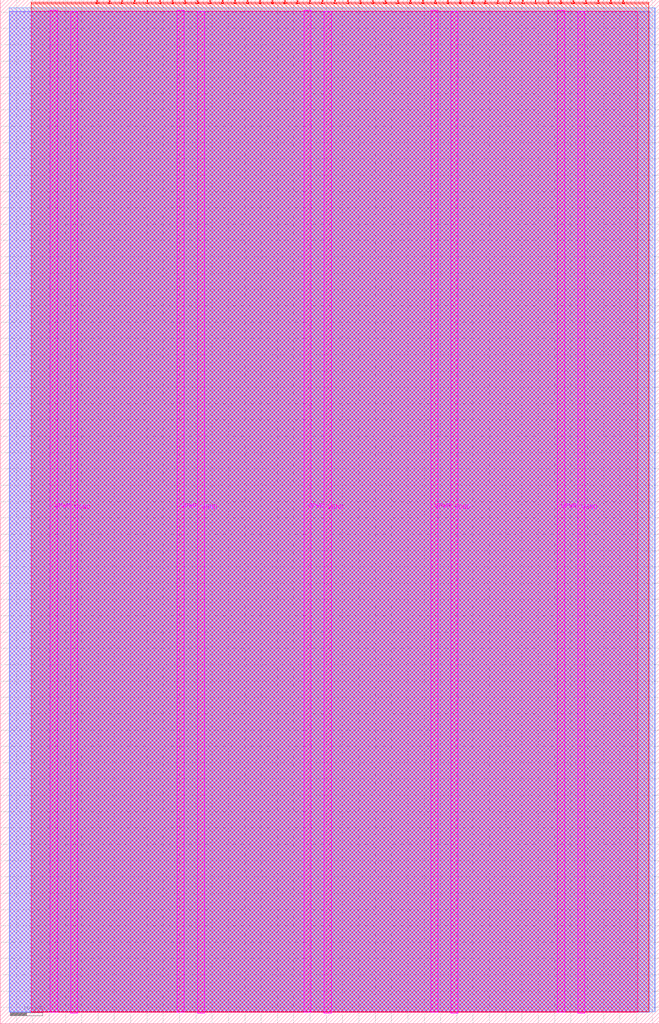
<source format=lef>
VERSION 5.7 ;
  NOWIREEXTENSIONATPIN ON ;
  DIVIDERCHAR "/" ;
  BUSBITCHARS "[]" ;
MACRO tt_um_brmurrell3_m31_accel
  CLASS BLOCK ;
  FOREIGN tt_um_brmurrell3_m31_accel ;
  ORIGIN 0.000 0.000 ;
  SIZE 202.080 BY 313.740 ;
  PIN VGND
    DIRECTION INOUT ;
    USE GROUND ;
    PORT
      LAYER TopMetal1 ;
        RECT 21.580 3.150 23.780 310.180 ;
    END
    PORT
      LAYER TopMetal1 ;
        RECT 60.450 3.150 62.650 310.180 ;
    END
    PORT
      LAYER TopMetal1 ;
        RECT 99.320 3.150 101.520 310.180 ;
    END
    PORT
      LAYER TopMetal1 ;
        RECT 138.190 3.150 140.390 310.180 ;
    END
    PORT
      LAYER TopMetal1 ;
        RECT 177.060 3.150 179.260 310.180 ;
    END
  END VGND
  PIN VPWR
    DIRECTION INOUT ;
    USE POWER ;
    PORT
      LAYER TopMetal1 ;
        RECT 15.380 3.560 17.580 310.590 ;
    END
    PORT
      LAYER TopMetal1 ;
        RECT 54.250 3.560 56.450 310.590 ;
    END
    PORT
      LAYER TopMetal1 ;
        RECT 93.120 3.560 95.320 310.590 ;
    END
    PORT
      LAYER TopMetal1 ;
        RECT 131.990 3.560 134.190 310.590 ;
    END
    PORT
      LAYER TopMetal1 ;
        RECT 170.860 3.560 173.060 310.590 ;
    END
  END VPWR
  PIN clk
    DIRECTION INPUT ;
    USE SIGNAL ;
    ANTENNAGATEAREA 0.725400 ;
    PORT
      LAYER Metal4 ;
        RECT 187.050 312.740 187.350 313.740 ;
    END
  END clk
  PIN ena
    DIRECTION INPUT ;
    USE SIGNAL ;
    PORT
      LAYER Metal4 ;
        RECT 190.890 312.740 191.190 313.740 ;
    END
  END ena
  PIN rst_n
    DIRECTION INPUT ;
    USE SIGNAL ;
    ANTENNAGATEAREA 0.725400 ;
    PORT
      LAYER Metal4 ;
        RECT 183.210 312.740 183.510 313.740 ;
    END
  END rst_n
  PIN ui_in[0]
    DIRECTION INPUT ;
    USE SIGNAL ;
    ANTENNAGATEAREA 0.213200 ;
    PORT
      LAYER Metal4 ;
        RECT 179.370 312.740 179.670 313.740 ;
    END
  END ui_in[0]
  PIN ui_in[1]
    DIRECTION INPUT ;
    USE SIGNAL ;
    ANTENNAGATEAREA 0.213200 ;
    PORT
      LAYER Metal4 ;
        RECT 175.530 312.740 175.830 313.740 ;
    END
  END ui_in[1]
  PIN ui_in[2]
    DIRECTION INPUT ;
    USE SIGNAL ;
    ANTENNAGATEAREA 0.213200 ;
    PORT
      LAYER Metal4 ;
        RECT 171.690 312.740 171.990 313.740 ;
    END
  END ui_in[2]
  PIN ui_in[3]
    DIRECTION INPUT ;
    USE SIGNAL ;
    ANTENNAGATEAREA 0.213200 ;
    PORT
      LAYER Metal4 ;
        RECT 167.850 312.740 168.150 313.740 ;
    END
  END ui_in[3]
  PIN ui_in[4]
    DIRECTION INPUT ;
    USE SIGNAL ;
    ANTENNAGATEAREA 0.213200 ;
    PORT
      LAYER Metal4 ;
        RECT 164.010 312.740 164.310 313.740 ;
    END
  END ui_in[4]
  PIN ui_in[5]
    DIRECTION INPUT ;
    USE SIGNAL ;
    ANTENNAGATEAREA 0.213200 ;
    PORT
      LAYER Metal4 ;
        RECT 160.170 312.740 160.470 313.740 ;
    END
  END ui_in[5]
  PIN ui_in[6]
    DIRECTION INPUT ;
    USE SIGNAL ;
    ANTENNAGATEAREA 0.213200 ;
    PORT
      LAYER Metal4 ;
        RECT 156.330 312.740 156.630 313.740 ;
    END
  END ui_in[6]
  PIN ui_in[7]
    DIRECTION INPUT ;
    USE SIGNAL ;
    ANTENNAGATEAREA 0.213200 ;
    PORT
      LAYER Metal4 ;
        RECT 152.490 312.740 152.790 313.740 ;
    END
  END ui_in[7]
  PIN uio_in[0]
    DIRECTION INPUT ;
    USE SIGNAL ;
    ANTENNAGATEAREA 0.213200 ;
    PORT
      LAYER Metal4 ;
        RECT 148.650 312.740 148.950 313.740 ;
    END
  END uio_in[0]
  PIN uio_in[1]
    DIRECTION INPUT ;
    USE SIGNAL ;
    ANTENNAGATEAREA 0.213200 ;
    PORT
      LAYER Metal4 ;
        RECT 144.810 312.740 145.110 313.740 ;
    END
  END uio_in[1]
  PIN uio_in[2]
    DIRECTION INPUT ;
    USE SIGNAL ;
    ANTENNAGATEAREA 0.180700 ;
    PORT
      LAYER Metal4 ;
        RECT 140.970 312.740 141.270 313.740 ;
    END
  END uio_in[2]
  PIN uio_in[3]
    DIRECTION INPUT ;
    USE SIGNAL ;
    ANTENNAGATEAREA 0.725400 ;
    PORT
      LAYER Metal4 ;
        RECT 137.130 312.740 137.430 313.740 ;
    END
  END uio_in[3]
  PIN uio_in[4]
    DIRECTION INPUT ;
    USE SIGNAL ;
    PORT
      LAYER Metal4 ;
        RECT 133.290 312.740 133.590 313.740 ;
    END
  END uio_in[4]
  PIN uio_in[5]
    DIRECTION INPUT ;
    USE SIGNAL ;
    PORT
      LAYER Metal4 ;
        RECT 129.450 312.740 129.750 313.740 ;
    END
  END uio_in[5]
  PIN uio_in[6]
    DIRECTION INPUT ;
    USE SIGNAL ;
    PORT
      LAYER Metal4 ;
        RECT 125.610 312.740 125.910 313.740 ;
    END
  END uio_in[6]
  PIN uio_in[7]
    DIRECTION INPUT ;
    USE SIGNAL ;
    PORT
      LAYER Metal4 ;
        RECT 121.770 312.740 122.070 313.740 ;
    END
  END uio_in[7]
  PIN uio_oe[0]
    DIRECTION OUTPUT ;
    USE SIGNAL ;
    ANTENNADIFFAREA 0.392700 ;
    PORT
      LAYER Metal4 ;
        RECT 56.490 312.740 56.790 313.740 ;
    END
  END uio_oe[0]
  PIN uio_oe[1]
    DIRECTION OUTPUT ;
    USE SIGNAL ;
    ANTENNADIFFAREA 0.299200 ;
    PORT
      LAYER Metal4 ;
        RECT 52.650 312.740 52.950 313.740 ;
    END
  END uio_oe[1]
  PIN uio_oe[2]
    DIRECTION OUTPUT ;
    USE SIGNAL ;
    ANTENNADIFFAREA 0.299200 ;
    PORT
      LAYER Metal4 ;
        RECT 48.810 312.740 49.110 313.740 ;
    END
  END uio_oe[2]
  PIN uio_oe[3]
    DIRECTION OUTPUT ;
    USE SIGNAL ;
    ANTENNADIFFAREA 0.299200 ;
    PORT
      LAYER Metal4 ;
        RECT 44.970 312.740 45.270 313.740 ;
    END
  END uio_oe[3]
  PIN uio_oe[4]
    DIRECTION OUTPUT ;
    USE SIGNAL ;
    ANTENNADIFFAREA 0.299200 ;
    PORT
      LAYER Metal4 ;
        RECT 41.130 312.740 41.430 313.740 ;
    END
  END uio_oe[4]
  PIN uio_oe[5]
    DIRECTION OUTPUT ;
    USE SIGNAL ;
    ANTENNADIFFAREA 0.299200 ;
    PORT
      LAYER Metal4 ;
        RECT 37.290 312.740 37.590 313.740 ;
    END
  END uio_oe[5]
  PIN uio_oe[6]
    DIRECTION OUTPUT ;
    USE SIGNAL ;
    ANTENNADIFFAREA 0.299200 ;
    PORT
      LAYER Metal4 ;
        RECT 33.450 312.740 33.750 313.740 ;
    END
  END uio_oe[6]
  PIN uio_oe[7]
    DIRECTION OUTPUT ;
    USE SIGNAL ;
    ANTENNADIFFAREA 0.299200 ;
    PORT
      LAYER Metal4 ;
        RECT 29.610 312.740 29.910 313.740 ;
    END
  END uio_oe[7]
  PIN uio_out[0]
    DIRECTION OUTPUT ;
    USE SIGNAL ;
    ANTENNADIFFAREA 0.708600 ;
    PORT
      LAYER Metal4 ;
        RECT 87.210 312.740 87.510 313.740 ;
    END
  END uio_out[0]
  PIN uio_out[1]
    DIRECTION OUTPUT ;
    USE SIGNAL ;
    ANTENNADIFFAREA 0.299200 ;
    PORT
      LAYER Metal4 ;
        RECT 83.370 312.740 83.670 313.740 ;
    END
  END uio_out[1]
  PIN uio_out[2]
    DIRECTION OUTPUT ;
    USE SIGNAL ;
    ANTENNADIFFAREA 0.299200 ;
    PORT
      LAYER Metal4 ;
        RECT 79.530 312.740 79.830 313.740 ;
    END
  END uio_out[2]
  PIN uio_out[3]
    DIRECTION OUTPUT ;
    USE SIGNAL ;
    ANTENNADIFFAREA 0.299200 ;
    PORT
      LAYER Metal4 ;
        RECT 75.690 312.740 75.990 313.740 ;
    END
  END uio_out[3]
  PIN uio_out[4]
    DIRECTION OUTPUT ;
    USE SIGNAL ;
    ANTENNADIFFAREA 0.299200 ;
    PORT
      LAYER Metal4 ;
        RECT 71.850 312.740 72.150 313.740 ;
    END
  END uio_out[4]
  PIN uio_out[5]
    DIRECTION OUTPUT ;
    USE SIGNAL ;
    ANTENNADIFFAREA 0.299200 ;
    PORT
      LAYER Metal4 ;
        RECT 68.010 312.740 68.310 313.740 ;
    END
  END uio_out[5]
  PIN uio_out[6]
    DIRECTION OUTPUT ;
    USE SIGNAL ;
    ANTENNADIFFAREA 0.299200 ;
    PORT
      LAYER Metal4 ;
        RECT 64.170 312.740 64.470 313.740 ;
    END
  END uio_out[6]
  PIN uio_out[7]
    DIRECTION OUTPUT ;
    USE SIGNAL ;
    ANTENNADIFFAREA 0.299200 ;
    PORT
      LAYER Metal4 ;
        RECT 60.330 312.740 60.630 313.740 ;
    END
  END uio_out[7]
  PIN uo_out[0]
    DIRECTION OUTPUT ;
    USE SIGNAL ;
    ANTENNADIFFAREA 0.988000 ;
    PORT
      LAYER Metal4 ;
        RECT 117.930 312.740 118.230 313.740 ;
    END
  END uo_out[0]
  PIN uo_out[1]
    DIRECTION OUTPUT ;
    USE SIGNAL ;
    ANTENNADIFFAREA 0.988000 ;
    PORT
      LAYER Metal4 ;
        RECT 114.090 312.740 114.390 313.740 ;
    END
  END uo_out[1]
  PIN uo_out[2]
    DIRECTION OUTPUT ;
    USE SIGNAL ;
    ANTENNADIFFAREA 0.988000 ;
    PORT
      LAYER Metal4 ;
        RECT 110.250 312.740 110.550 313.740 ;
    END
  END uo_out[2]
  PIN uo_out[3]
    DIRECTION OUTPUT ;
    USE SIGNAL ;
    ANTENNADIFFAREA 0.988000 ;
    PORT
      LAYER Metal4 ;
        RECT 106.410 312.740 106.710 313.740 ;
    END
  END uo_out[3]
  PIN uo_out[4]
    DIRECTION OUTPUT ;
    USE SIGNAL ;
    ANTENNADIFFAREA 0.988000 ;
    PORT
      LAYER Metal4 ;
        RECT 102.570 312.740 102.870 313.740 ;
    END
  END uo_out[4]
  PIN uo_out[5]
    DIRECTION OUTPUT ;
    USE SIGNAL ;
    ANTENNADIFFAREA 0.988000 ;
    PORT
      LAYER Metal4 ;
        RECT 98.730 312.740 99.030 313.740 ;
    END
  END uo_out[5]
  PIN uo_out[6]
    DIRECTION OUTPUT ;
    USE SIGNAL ;
    ANTENNADIFFAREA 0.988000 ;
    PORT
      LAYER Metal4 ;
        RECT 94.890 312.740 95.190 313.740 ;
    END
  END uo_out[6]
  PIN uo_out[7]
    DIRECTION OUTPUT ;
    USE SIGNAL ;
    ANTENNADIFFAREA 0.988000 ;
    PORT
      LAYER Metal4 ;
        RECT 91.050 312.740 91.350 313.740 ;
    END
  END uo_out[7]
  OBS
      LAYER GatPoly ;
        RECT 2.880 3.630 199.200 310.110 ;
      LAYER Metal1 ;
        RECT 2.880 3.560 199.200 310.180 ;
      LAYER Metal2 ;
        RECT 2.775 3.635 200.745 311.365 ;
      LAYER Metal3 ;
        RECT 2.735 3.680 200.785 311.320 ;
      LAYER Metal4 ;
        RECT 9.495 312.530 29.400 313.000 ;
        RECT 30.120 312.530 33.240 313.000 ;
        RECT 33.960 312.530 37.080 313.000 ;
        RECT 37.800 312.530 40.920 313.000 ;
        RECT 41.640 312.530 44.760 313.000 ;
        RECT 45.480 312.530 48.600 313.000 ;
        RECT 49.320 312.530 52.440 313.000 ;
        RECT 53.160 312.530 56.280 313.000 ;
        RECT 57.000 312.530 60.120 313.000 ;
        RECT 60.840 312.530 63.960 313.000 ;
        RECT 64.680 312.530 67.800 313.000 ;
        RECT 68.520 312.530 71.640 313.000 ;
        RECT 72.360 312.530 75.480 313.000 ;
        RECT 76.200 312.530 79.320 313.000 ;
        RECT 80.040 312.530 83.160 313.000 ;
        RECT 83.880 312.530 87.000 313.000 ;
        RECT 87.720 312.530 90.840 313.000 ;
        RECT 91.560 312.530 94.680 313.000 ;
        RECT 95.400 312.530 98.520 313.000 ;
        RECT 99.240 312.530 102.360 313.000 ;
        RECT 103.080 312.530 106.200 313.000 ;
        RECT 106.920 312.530 110.040 313.000 ;
        RECT 110.760 312.530 113.880 313.000 ;
        RECT 114.600 312.530 117.720 313.000 ;
        RECT 118.440 312.530 121.560 313.000 ;
        RECT 122.280 312.530 125.400 313.000 ;
        RECT 126.120 312.530 129.240 313.000 ;
        RECT 129.960 312.530 133.080 313.000 ;
        RECT 133.800 312.530 136.920 313.000 ;
        RECT 137.640 312.530 140.760 313.000 ;
        RECT 141.480 312.530 144.600 313.000 ;
        RECT 145.320 312.530 148.440 313.000 ;
        RECT 149.160 312.530 152.280 313.000 ;
        RECT 153.000 312.530 156.120 313.000 ;
        RECT 156.840 312.530 159.960 313.000 ;
        RECT 160.680 312.530 163.800 313.000 ;
        RECT 164.520 312.530 167.640 313.000 ;
        RECT 168.360 312.530 171.480 313.000 ;
        RECT 172.200 312.530 175.320 313.000 ;
        RECT 176.040 312.530 179.160 313.000 ;
        RECT 179.880 312.530 183.000 313.000 ;
        RECT 183.720 312.530 186.840 313.000 ;
        RECT 187.560 312.530 190.680 313.000 ;
        RECT 191.400 312.530 198.820 313.000 ;
        RECT 9.495 3.635 198.820 312.530 ;
      LAYER Metal5 ;
        RECT 9.455 3.470 195.505 310.270 ;
  END
END tt_um_brmurrell3_m31_accel
END LIBRARY


</source>
